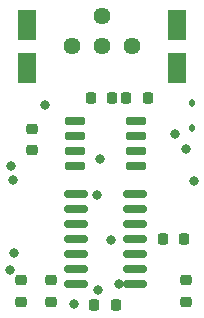
<source format=gbr>
%TF.GenerationSoftware,KiCad,Pcbnew,(7.0.0-rc2-224-g3ecd6ec186)*%
%TF.CreationDate,2023-02-20T11:58:51+01:00*%
%TF.ProjectId,TA726,54413732-362e-46b6-9963-61645f706362,rev?*%
%TF.SameCoordinates,Original*%
%TF.FileFunction,Soldermask,Top*%
%TF.FilePolarity,Negative*%
%FSLAX46Y46*%
G04 Gerber Fmt 4.6, Leading zero omitted, Abs format (unit mm)*
G04 Created by KiCad (PCBNEW (7.0.0-rc2-224-g3ecd6ec186)) date 2023-02-20 11:58:51*
%MOMM*%
%LPD*%
G01*
G04 APERTURE LIST*
G04 Aperture macros list*
%AMRoundRect*
0 Rectangle with rounded corners*
0 $1 Rounding radius*
0 $2 $3 $4 $5 $6 $7 $8 $9 X,Y pos of 4 corners*
0 Add a 4 corners polygon primitive as box body*
4,1,4,$2,$3,$4,$5,$6,$7,$8,$9,$2,$3,0*
0 Add four circle primitives for the rounded corners*
1,1,$1+$1,$2,$3*
1,1,$1+$1,$4,$5*
1,1,$1+$1,$6,$7*
1,1,$1+$1,$8,$9*
0 Add four rect primitives between the rounded corners*
20,1,$1+$1,$2,$3,$4,$5,0*
20,1,$1+$1,$4,$5,$6,$7,0*
20,1,$1+$1,$6,$7,$8,$9,0*
20,1,$1+$1,$8,$9,$2,$3,0*%
G04 Aperture macros list end*
%ADD10RoundRect,0.218750X-0.256250X0.218750X-0.256250X-0.218750X0.256250X-0.218750X0.256250X0.218750X0*%
%ADD11C,1.440000*%
%ADD12RoundRect,0.250000X-0.550000X1.050000X-0.550000X-1.050000X0.550000X-1.050000X0.550000X1.050000X0*%
%ADD13RoundRect,0.218750X0.256250X-0.218750X0.256250X0.218750X-0.256250X0.218750X-0.256250X-0.218750X0*%
%ADD14RoundRect,0.218750X-0.218750X-0.256250X0.218750X-0.256250X0.218750X0.256250X-0.218750X0.256250X0*%
%ADD15RoundRect,0.218750X0.218750X0.256250X-0.218750X0.256250X-0.218750X-0.256250X0.218750X-0.256250X0*%
%ADD16RoundRect,0.150000X-0.725000X-0.150000X0.725000X-0.150000X0.725000X0.150000X-0.725000X0.150000X0*%
%ADD17RoundRect,0.150000X-0.825000X-0.150000X0.825000X-0.150000X0.825000X0.150000X-0.825000X0.150000X0*%
%ADD18RoundRect,0.112500X0.112500X-0.187500X0.112500X0.187500X-0.112500X0.187500X-0.112500X-0.187500X0*%
%ADD19C,0.800000*%
G04 APERTURE END LIST*
D10*
%TO.C,R2*%
X204495400Y-101741400D03*
X204495400Y-103541400D03*
%TD*%
%TO.C,R5*%
X218414600Y-101741400D03*
X218414600Y-103541400D03*
%TD*%
D11*
%TO.C,RV1*%
X213842600Y-81864200D03*
X211302600Y-79324200D03*
X211302600Y-81864200D03*
X208762600Y-81864200D03*
%TD*%
D12*
%TO.C,C13*%
X217653307Y-80150000D03*
X217653307Y-83750000D03*
%TD*%
D13*
%TO.C,C1*%
X205409800Y-90739800D03*
X205409800Y-88939800D03*
%TD*%
D14*
%TO.C,C2*%
X216500000Y-98200000D03*
X218300000Y-98200000D03*
%TD*%
D12*
%TO.C,C12*%
X204950000Y-80150000D03*
X204950000Y-83750000D03*
%TD*%
D15*
%TO.C,R4*%
X212500000Y-103809800D03*
X210700000Y-103809800D03*
%TD*%
D14*
%TO.C,C3*%
X213400000Y-86334600D03*
X215200000Y-86334600D03*
%TD*%
%TO.C,R1*%
X210377200Y-86334600D03*
X212177200Y-86334600D03*
%TD*%
D16*
%TO.C,U2*%
X209050000Y-88230000D03*
X209050000Y-89500000D03*
X209050000Y-90770000D03*
X209050000Y-92040000D03*
X214200000Y-92040000D03*
X214200000Y-90770000D03*
X214200000Y-89500000D03*
X214200000Y-88230000D03*
%TD*%
D10*
%TO.C,R3*%
X207010000Y-101741400D03*
X207010000Y-103541400D03*
%TD*%
D17*
%TO.C,U1*%
X209175000Y-94390000D03*
X209175000Y-95660000D03*
X209175000Y-96930000D03*
X209175000Y-98200000D03*
X209175000Y-99470000D03*
X209175000Y-100740000D03*
X209175000Y-102010000D03*
X214125000Y-102010000D03*
X214125000Y-100740000D03*
X214125000Y-99470000D03*
X214125000Y-98200000D03*
X214125000Y-96930000D03*
X214125000Y-95660000D03*
X214125000Y-94390000D03*
%TD*%
D18*
%TO.C,D1*%
X218950000Y-88800000D03*
X218950000Y-86700000D03*
%TD*%
D19*
X219150500Y-93296583D03*
X218414600Y-101741400D03*
X217551399Y-89331800D03*
X203602170Y-92066322D03*
X203848512Y-93249888D03*
X210892336Y-94500109D03*
X218450999Y-90650000D03*
X211171812Y-91494588D03*
X206502000Y-86893400D03*
X204950000Y-80150000D03*
X212797600Y-102010000D03*
X217653305Y-80150001D03*
X207035400Y-103555800D03*
X215200001Y-86334602D03*
X203860400Y-99430000D03*
X204950000Y-83750000D03*
X218299998Y-98200000D03*
X207010000Y-101741398D03*
X210972400Y-102590600D03*
X208991200Y-103784400D03*
X203517500Y-100876100D03*
X212090000Y-98348800D03*
M02*

</source>
